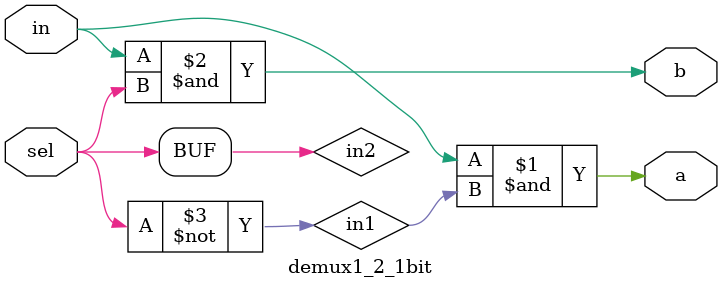
<source format=sv>
module demux1_2_1bit(a, b, in, sel);
	output a, b;
	input sel, in;
	
	wire in1, in2;
	not l1 (in1, sel);
	buf l2 (in2, sel);

	and a1 (a, in, in1);
	and a2 (b, in, in2);
endmodule

</source>
